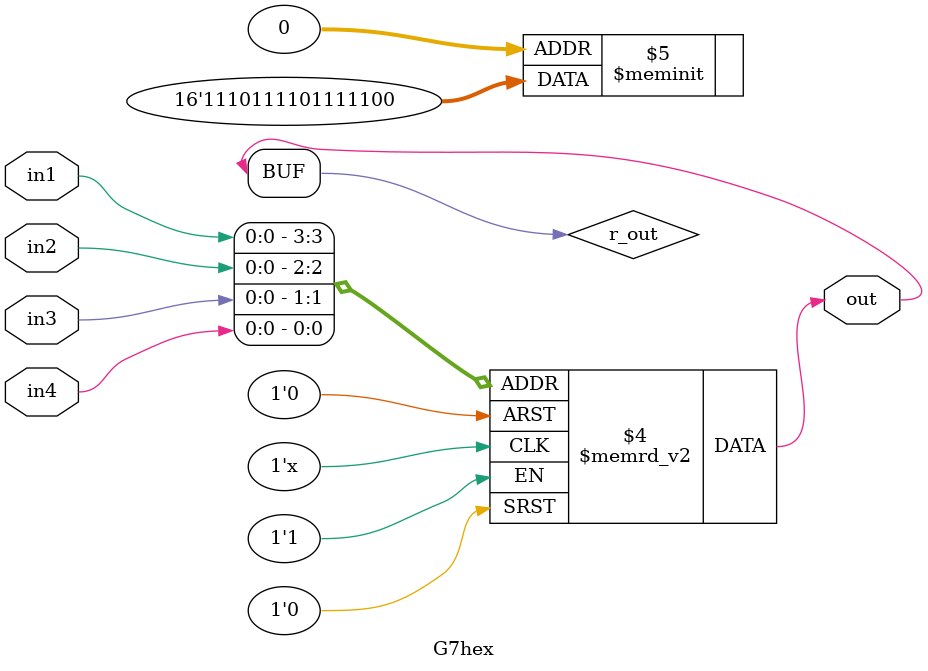
<source format=v>
module G7hex(output out, input in1, in2, in3, in4);
  reg r_out;
  assign out = r_out;
  always@(in1, in2, in3, in4)
    begin
      case({in1, in2, in3, in4})
        4'b0000: out = 1'b0;
        4'b0001: out = 1'b0;
        4'b0010: out = 1'b1;
        4'b0011: out = 1'b1;
        4'b0100: out = 1'b1;
        4'b0101: out = 1'b1;
        4'b0110: out = 1'b1;
        4'b0111: out = 1'b0;
	4'b1000: out = 1'b1;
        4'b1001: out = 1'b1;
        4'b1010: out = 1'b1;
        4'b1011: out = 1'b1;
        4'b1100: out = 1'b0;
        4'b1101: out = 1'b1;
        4'b1110: out = 1'b1;
        4'b1111: out = 1'b1;
	
        default: out = 1'b0;
      endcase
    end
endmodule

</source>
